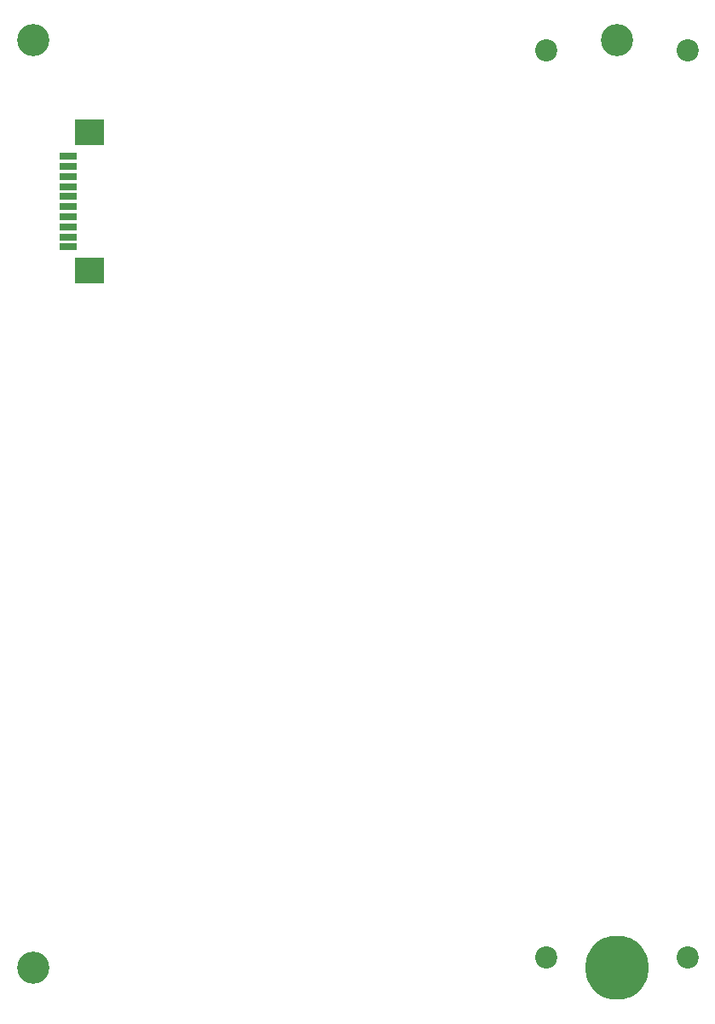
<source format=gbr>
%TF.GenerationSoftware,KiCad,Pcbnew,8.0.7-8.0.7-0~ubuntu24.04.1*%
%TF.CreationDate,2025-01-30T14:53:14+03:00*%
%TF.ProjectId,main,6d61696e-2e6b-4696-9361-645f70636258,rev?*%
%TF.SameCoordinates,Original*%
%TF.FileFunction,Soldermask,Top*%
%TF.FilePolarity,Negative*%
%FSLAX46Y46*%
G04 Gerber Fmt 4.6, Leading zero omitted, Abs format (unit mm)*
G04 Created by KiCad (PCBNEW 8.0.7-8.0.7-0~ubuntu24.04.1) date 2025-01-30 14:53:14*
%MOMM*%
%LPD*%
G01*
G04 APERTURE LIST*
%ADD10C,3.200000*%
%ADD11C,2.200000*%
%ADD12R,1.803400X0.635000*%
%ADD13R,2.997200X2.590800*%
%ADD14O,6.350000X6.350000*%
G04 APERTURE END LIST*
D10*
%TO.C,H3*%
X-36000000Y-46000000D03*
%TD*%
D11*
%TO.C,U2*%
X15000000Y45000000D03*
X15000000Y-45000000D03*
X29000000Y45000000D03*
X29000000Y-45000000D03*
%TD*%
D10*
%TO.C,H2*%
X-36000000Y46000000D03*
%TD*%
%TO.C,H1*%
X22000000Y46000000D03*
%TD*%
D12*
%TO.C,J1*%
X-32556000Y25500009D03*
X-32556000Y26500007D03*
X-32556000Y27500005D03*
X-32556000Y28500003D03*
X-32556000Y29500001D03*
X-32556000Y30499999D03*
X-32556000Y31499997D03*
X-32556000Y32499995D03*
X-32556000Y33499993D03*
X-32556000Y34499991D03*
D13*
X-30385999Y23149998D03*
X-30385999Y36850002D03*
%TD*%
D14*
%TO.C,PE1*%
X22000000Y-46000000D03*
%TD*%
M02*

</source>
